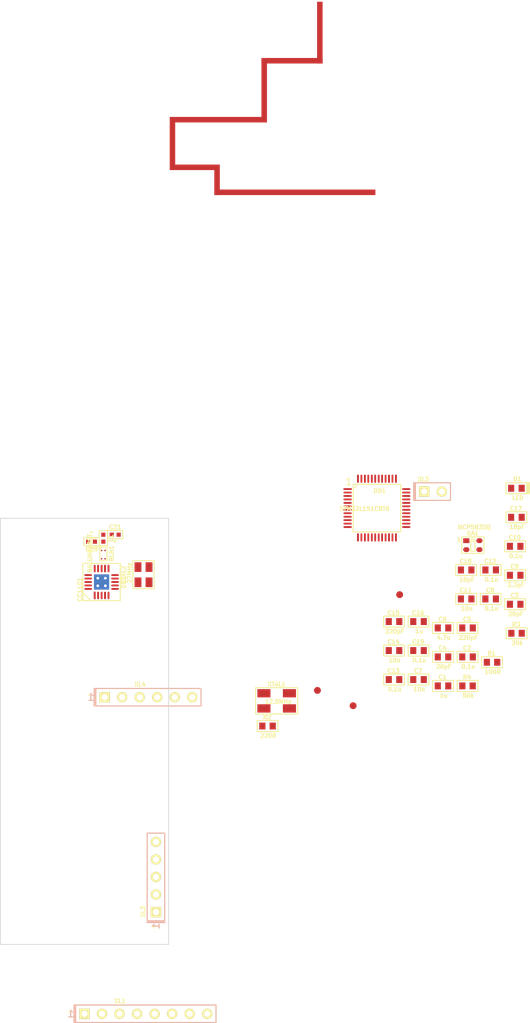
<source format=kicad_pcb>
(kicad_pcb (version 4) (host pcbnew 4.0.2-stable)

  (general
    (links 121)
    (no_connects 121)
    (area 127.457999 96.012799 151.942001 157.834801)
    (thickness 1.6)
    (drawings 5)
    (tracks 0)
    (zones 0)
    (modules 41)
    (nets 54)
  )

  (page A4)
  (layers
    (0 F.Cu signal)
    (31 B.Cu signal)
    (37 F.SilkS user)
    (38 B.Mask user)
    (39 F.Mask user)
    (44 Edge.Cuts user)
  )

  (setup
    (last_trace_width 0.25)
    (trace_clearance 0.2)
    (zone_clearance 0.508)
    (zone_45_only no)
    (trace_min 0.2)
    (segment_width 0.2)
    (edge_width 0.1)
    (via_size 0.6)
    (via_drill 0.4)
    (via_min_size 0.4)
    (via_min_drill 0.3)
    (uvia_size 0.3)
    (uvia_drill 0.1)
    (uvias_allowed no)
    (uvia_min_size 0.2)
    (uvia_min_drill 0.1)
    (pcb_text_width 0.3)
    (pcb_text_size 1.5 1.5)
    (mod_edge_width 0.15)
    (mod_text_size 1 1)
    (mod_text_width 0.15)
    (pad_size 1.5 1.5)
    (pad_drill 0.6)
    (pad_to_mask_clearance 0)
    (aux_axis_origin 0 0)
    (visible_elements FFFFFF7F)
    (pcbplotparams
      (layerselection 0x00030_80000001)
      (usegerberextensions false)
      (excludeedgelayer true)
      (linewidth 0.100000)
      (plotframeref false)
      (viasonmask false)
      (mode 1)
      (useauxorigin false)
      (hpglpennumber 1)
      (hpglpenspeed 20)
      (hpglpendiameter 15)
      (hpglpenoverlay 2)
      (psnegative false)
      (psa4output false)
      (plotreference true)
      (plotvalue true)
      (plotinvisibletext false)
      (padsonsilk false)
      (subtractmaskfromsilk false)
      (outputformat 1)
      (mirror false)
      (drillshape 1)
      (scaleselection 1)
      (outputdirectory ""))
  )

  (net 0 "")
  (net 1 /ANT2)
  (net 2 /RF2)
  (net 3 /RF1)
  (net 4 /ANT1)
  (net 5 GND)
  (net 6 +5V)
  (net 7 +3.3V)
  (net 8 "Net-(C3-Pad1)")
  (net 9 "Net-(C4-Pad1)")
  (net 10 "Net-(C17-Pad1)")
  (net 11 "Net-(C18-Pad1)")
  (net 12 "Net-(C19-Pad1)")
  (net 13 "Net-(D1-PadA)")
  (net 14 "Net-(DD1-Pad2)")
  (net 15 "Net-(DD1-Pad3)")
  (net 16 "Net-(DD1-Pad4)")
  (net 17 "Net-(DD1-Pad6)")
  (net 18 "Net-(DD1-Pad7)")
  (net 19 "Net-(DD1-Pad10)")
  (net 20 /CC_CS)
  (net 21 /CC_GDO2)
  (net 22 /CC_GDO0)
  (net 23 "Net-(DD1-Pad14)")
  (net 24 /CC_SCK)
  (net 25 /CC_MISO)
  (net 26 /CC_MOSI)
  (net 27 "Net-(DD1-Pad18)")
  (net 28 "Net-(DD1-Pad19)")
  (net 29 "Net-(DD1-Pad20)")
  (net 30 "Net-(DD1-Pad21)")
  (net 31 "Net-(DD1-Pad22)")
  (net 32 "Net-(DD1-Pad25)")
  (net 33 "Net-(DD1-Pad26)")
  (net 34 "Net-(DD1-Pad27)")
  (net 35 "Net-(DD1-Pad28)")
  (net 36 /UART_TX)
  (net 37 /UART_RX)
  (net 38 "Net-(DD1-Pad32)")
  (net 39 "Net-(DD1-Pad33)")
  (net 40 /SWDIO)
  (net 41 /SWCLK)
  (net 42 "Net-(DD1-Pad38)")
  (net 43 "Net-(DD1-Pad39)")
  (net 44 "Net-(DD1-Pad40)")
  (net 45 "Net-(DD1-Pad41)")
  (net 46 "Net-(DD1-Pad42)")
  (net 47 "Net-(DD1-Pad43)")
  (net 48 "Net-(DD1-Pad45)")
  (net 49 "Net-(DD1-Pad46)")
  (net 50 "Net-(DD2-Pad17)")
  (net 51 PwrMCU)
  (net 52 /Trigger)
  (net 53 "Net-(XL1-Pad8)")

  (net_class Default "This is the default net class."
    (clearance 0.2)
    (trace_width 0.25)
    (via_dia 0.6)
    (via_drill 0.4)
    (uvia_dia 0.3)
    (uvia_drill 0.1)
    (add_net +3.3V)
    (add_net +5V)
    (add_net /ANT1)
    (add_net /ANT2)
    (add_net /CC_CS)
    (add_net /CC_GDO0)
    (add_net /CC_GDO2)
    (add_net /CC_MISO)
    (add_net /CC_MOSI)
    (add_net /CC_SCK)
    (add_net /RF1)
    (add_net /RF2)
    (add_net /SWCLK)
    (add_net /SWDIO)
    (add_net /Trigger)
    (add_net /UART_RX)
    (add_net /UART_TX)
    (add_net GND)
    (add_net "Net-(C17-Pad1)")
    (add_net "Net-(C18-Pad1)")
    (add_net "Net-(C19-Pad1)")
    (add_net "Net-(C3-Pad1)")
    (add_net "Net-(C4-Pad1)")
    (add_net "Net-(D1-PadA)")
    (add_net "Net-(DD1-Pad10)")
    (add_net "Net-(DD1-Pad14)")
    (add_net "Net-(DD1-Pad18)")
    (add_net "Net-(DD1-Pad19)")
    (add_net "Net-(DD1-Pad2)")
    (add_net "Net-(DD1-Pad20)")
    (add_net "Net-(DD1-Pad21)")
    (add_net "Net-(DD1-Pad22)")
    (add_net "Net-(DD1-Pad25)")
    (add_net "Net-(DD1-Pad26)")
    (add_net "Net-(DD1-Pad27)")
    (add_net "Net-(DD1-Pad28)")
    (add_net "Net-(DD1-Pad3)")
    (add_net "Net-(DD1-Pad32)")
    (add_net "Net-(DD1-Pad33)")
    (add_net "Net-(DD1-Pad38)")
    (add_net "Net-(DD1-Pad39)")
    (add_net "Net-(DD1-Pad4)")
    (add_net "Net-(DD1-Pad40)")
    (add_net "Net-(DD1-Pad41)")
    (add_net "Net-(DD1-Pad42)")
    (add_net "Net-(DD1-Pad43)")
    (add_net "Net-(DD1-Pad45)")
    (add_net "Net-(DD1-Pad46)")
    (add_net "Net-(DD1-Pad6)")
    (add_net "Net-(DD1-Pad7)")
    (add_net "Net-(DD2-Pad17)")
    (add_net "Net-(XL1-Pad8)")
    (add_net PwrMCU)
  )

  (module Radio:ANT_868_MEANDER_4HOR_35mm (layer F.Cu) (tedit 56A52DA9) (tstamp 5714DF79)
    (at 166.395 21.216)
    (path /569A2ECB)
    (fp_text reference ANT1 (at 0 6.8) (layer F.SilkS) hide
      (effects (font (size 1 1) (thickness 0.15)))
    )
    (fp_text value ANT_PCB_MONO (at 0.2 3.6) (layer F.Fab) hide
      (effects (font (size 1 1) (thickness 0.15)))
    )
    (fp_line (start -17.5 0) (end 17.5 0) (layer F.Fab) (width 0.15))
    (fp_line (start -17.5 0) (end -17.5 29) (layer F.Fab) (width 0.15))
    (fp_line (start -17.5 29) (end 17.5 29) (layer F.Fab) (width 0.15))
    (fp_line (start 17.5 29) (end 17.5 0) (layer F.Fab) (width 0.15))
    (pad 1 smd rect (at 7.4 4.475) (size 0.8 8.95) (layers F.Cu)
      (net 1 /ANT2))
    (pad 1 smd rect (at 3.37 8.55) (size 8.86 0.8) (layers F.Cu)
      (net 1 /ANT2))
    (pad 1 smd rect (at -0.66 12.82) (size 0.8 9.34) (layers F.Cu)
      (net 1 /ANT2))
    (pad 1 smd rect (at -7.305 17.09) (size 12.49 0.8) (layers F.Cu)
      (net 1 /ANT2))
    (pad 1 smd rect (at -13.95 20.54) (size 0.8 7.7) (layers F.Cu)
      (net 1 /ANT2))
    (pad 1 smd rect (at -10.72 23.99) (size 5.66 0.8) (layers F.Cu)
      (net 1 /ANT2))
    (pad 1 smd rect (at -7.49 25.8) (size 0.8 4.42) (layers F.Cu)
      (net 1 /ANT2))
    (pad 1 smd rect (at 3.78 27.61) (size 23.34 0.8) (layers F.Cu)
      (net 1 /ANT2))
  )

  (module Radio:BALUN868_ST (layer F.Cu) (tedit 56F7F3ED) (tstamp 5714DF87)
    (at 142.4305 101.9175 90)
    (path /56F89154)
    (fp_text reference BLN1 (at 0.77 1.19 90) (layer F.SilkS)
      (effects (font (size 0.6 0.6) (thickness 0.15)))
    )
    (fp_text value BALUN868ST (at 0.79 -1.94 90) (layer F.SilkS)
      (effects (font (size 0.6 0.6) (thickness 0.15)))
    )
    (fp_line (start 1.38 -0.52) (end 1.73 -0.17) (layer F.SilkS) (width 0.15))
    (fp_text user 1 (at 1.54 -1.07 90) (layer F.SilkS)
      (effects (font (size 0.6 0.6) (thickness 0.15)))
    )
    (fp_line (start 1.73 -0.52) (end 1.73 0.52) (layer F.SilkS) (width 0.15))
    (fp_line (start -0.27 0.52) (end 1.73 0.52) (layer F.SilkS) (width 0.15))
    (fp_line (start -0.27 -0.52) (end -0.27 0.52) (layer F.SilkS) (width 0.15))
    (fp_line (start -0.27 -0.52) (end 1.73 -0.52) (layer F.SilkS) (width 0.15))
    (pad A2 smd circle (at 0 -0.25 90) (size 0.22 0.22) (layers F.Cu F.Mask)
      (net 2 /RF2) (solder_mask_margin 0.05))
    (pad B2 smd circle (at 0 0.25 90) (size 0.22 0.22) (layers F.Cu F.Mask)
      (net 3 /RF1) (solder_mask_margin 0.05))
    (pad A1 smd circle (at 1.2 -0.25 90) (size 0.22 0.22) (layers F.Cu F.Mask)
      (net 4 /ANT1) (solder_mask_margin 0.05))
    (pad B1 smd circle (at 1.2 0.25 90) (size 0.22 0.22) (layers F.Cu F.Mask)
      (net 5 GND) (solder_mask_margin 0.05))
  )

  (module Capacitors:CAP_0603 (layer F.Cu) (tedit 551AC0D3) (tstamp 5714DF92)
    (at 191.642601 120.3373)
    (path /570ECAAB)
    (attr smd)
    (fp_text reference C1 (at -0.0635 -1.27) (layer F.SilkS)
      (effects (font (size 0.6 0.6) (thickness 0.15)))
    )
    (fp_text value 1u (at 0.09906 1.39954) (layer F.SilkS)
      (effects (font (size 0.6 0.6) (thickness 0.15)))
    )
    (fp_line (start -1.5 0) (end -1.5 -0.8) (layer F.SilkS) (width 0.15))
    (fp_line (start -1.5 -0.8) (end 1.5 -0.8) (layer F.SilkS) (width 0.15))
    (fp_line (start 1.5 -0.8) (end 1.5 0.8) (layer F.SilkS) (width 0.15))
    (fp_line (start 1.5 0.8) (end -1.5 0.8) (layer F.SilkS) (width 0.15))
    (fp_line (start -1.5 0.8) (end -1.5 0) (layer F.SilkS) (width 0.15))
    (pad 1 smd rect (at -0.762 0) (size 0.889 1.016) (layers F.Cu F.Mask)
      (net 6 +5V))
    (pad 2 smd rect (at 0.762 0) (size 0.889 1.016) (layers F.Cu F.Mask)
      (net 5 GND))
    (model 3d\c_0603.wrl
      (at (xyz 0 0 0))
      (scale (xyz 1 1 1))
      (rotate (xyz 0 0 0))
    )
  )

  (module Capacitors:CAP_0603 (layer F.Cu) (tedit 551AC0D3) (tstamp 5714DF9D)
    (at 195.192601 116.1373)
    (path /570EC614)
    (attr smd)
    (fp_text reference C2 (at -0.0635 -1.27) (layer F.SilkS)
      (effects (font (size 0.6 0.6) (thickness 0.15)))
    )
    (fp_text value 0.1u (at 0.09906 1.39954) (layer F.SilkS)
      (effects (font (size 0.6 0.6) (thickness 0.15)))
    )
    (fp_line (start -1.5 0) (end -1.5 -0.8) (layer F.SilkS) (width 0.15))
    (fp_line (start -1.5 -0.8) (end 1.5 -0.8) (layer F.SilkS) (width 0.15))
    (fp_line (start 1.5 -0.8) (end 1.5 0.8) (layer F.SilkS) (width 0.15))
    (fp_line (start 1.5 0.8) (end -1.5 0.8) (layer F.SilkS) (width 0.15))
    (fp_line (start -1.5 0.8) (end -1.5 0) (layer F.SilkS) (width 0.15))
    (pad 1 smd rect (at -0.762 0) (size 0.889 1.016) (layers F.Cu F.Mask)
      (net 7 +3.3V))
    (pad 2 smd rect (at 0.762 0) (size 0.889 1.016) (layers F.Cu F.Mask)
      (net 5 GND))
    (model 3d\c_0603.wrl
      (at (xyz 0 0 0))
      (scale (xyz 1 1 1))
      (rotate (xyz 0 0 0))
    )
  )

  (module Capacitors:CAP_0603 (layer F.Cu) (tedit 551AC0D3) (tstamp 5714DFA8)
    (at 202.092601 108.5073)
    (path /56FADB57)
    (attr smd)
    (fp_text reference C3 (at -0.0635 -1.27) (layer F.SilkS)
      (effects (font (size 0.6 0.6) (thickness 0.15)))
    )
    (fp_text value 20pF (at 0.09906 1.39954) (layer F.SilkS)
      (effects (font (size 0.6 0.6) (thickness 0.15)))
    )
    (fp_line (start -1.5 0) (end -1.5 -0.8) (layer F.SilkS) (width 0.15))
    (fp_line (start -1.5 -0.8) (end 1.5 -0.8) (layer F.SilkS) (width 0.15))
    (fp_line (start 1.5 -0.8) (end 1.5 0.8) (layer F.SilkS) (width 0.15))
    (fp_line (start 1.5 0.8) (end -1.5 0.8) (layer F.SilkS) (width 0.15))
    (fp_line (start -1.5 0.8) (end -1.5 0) (layer F.SilkS) (width 0.15))
    (pad 1 smd rect (at -0.762 0) (size 0.889 1.016) (layers F.Cu F.Mask)
      (net 8 "Net-(C3-Pad1)"))
    (pad 2 smd rect (at 0.762 0) (size 0.889 1.016) (layers F.Cu F.Mask)
      (net 5 GND))
    (model 3d\c_0603.wrl
      (at (xyz 0 0 0))
      (scale (xyz 1 1 1))
      (rotate (xyz 0 0 0))
    )
  )

  (module Capacitors:CAP_0603 (layer F.Cu) (tedit 551AC0D3) (tstamp 5714DFB3)
    (at 191.642601 116.1373)
    (path /56FADB44)
    (attr smd)
    (fp_text reference C4 (at -0.0635 -1.27) (layer F.SilkS)
      (effects (font (size 0.6 0.6) (thickness 0.15)))
    )
    (fp_text value 20pF (at 0.09906 1.39954) (layer F.SilkS)
      (effects (font (size 0.6 0.6) (thickness 0.15)))
    )
    (fp_line (start -1.5 0) (end -1.5 -0.8) (layer F.SilkS) (width 0.15))
    (fp_line (start -1.5 -0.8) (end 1.5 -0.8) (layer F.SilkS) (width 0.15))
    (fp_line (start 1.5 -0.8) (end 1.5 0.8) (layer F.SilkS) (width 0.15))
    (fp_line (start 1.5 0.8) (end -1.5 0.8) (layer F.SilkS) (width 0.15))
    (fp_line (start -1.5 0.8) (end -1.5 0) (layer F.SilkS) (width 0.15))
    (pad 1 smd rect (at -0.762 0) (size 0.889 1.016) (layers F.Cu F.Mask)
      (net 9 "Net-(C4-Pad1)"))
    (pad 2 smd rect (at 0.762 0) (size 0.889 1.016) (layers F.Cu F.Mask)
      (net 5 GND))
    (model 3d\c_0603.wrl
      (at (xyz 0 0 0))
      (scale (xyz 1 1 1))
      (rotate (xyz 0 0 0))
    )
  )

  (module Capacitors:CAP_0603 (layer F.Cu) (tedit 551AC0D3) (tstamp 5714DFBE)
    (at 195.192601 111.9373)
    (path /5519A93B)
    (attr smd)
    (fp_text reference C5 (at -0.0635 -1.27) (layer F.SilkS)
      (effects (font (size 0.6 0.6) (thickness 0.15)))
    )
    (fp_text value 220pF (at 0.09906 1.39954) (layer F.SilkS)
      (effects (font (size 0.6 0.6) (thickness 0.15)))
    )
    (fp_line (start -1.5 0) (end -1.5 -0.8) (layer F.SilkS) (width 0.15))
    (fp_line (start -1.5 -0.8) (end 1.5 -0.8) (layer F.SilkS) (width 0.15))
    (fp_line (start 1.5 -0.8) (end 1.5 0.8) (layer F.SilkS) (width 0.15))
    (fp_line (start 1.5 0.8) (end -1.5 0.8) (layer F.SilkS) (width 0.15))
    (fp_line (start -1.5 0.8) (end -1.5 0) (layer F.SilkS) (width 0.15))
    (pad 1 smd rect (at -0.762 0) (size 0.889 1.016) (layers F.Cu F.Mask)
      (net 7 +3.3V))
    (pad 2 smd rect (at 0.762 0) (size 0.889 1.016) (layers F.Cu F.Mask)
      (net 5 GND))
    (model 3d\c_0603.wrl
      (at (xyz 0 0 0))
      (scale (xyz 1 1 1))
      (rotate (xyz 0 0 0))
    )
  )

  (module Capacitors:CAP_0603 (layer F.Cu) (tedit 551AC0D3) (tstamp 5714DFC9)
    (at 191.642601 111.9373)
    (path /55180EDD)
    (attr smd)
    (fp_text reference C6 (at -0.0635 -1.27) (layer F.SilkS)
      (effects (font (size 0.6 0.6) (thickness 0.15)))
    )
    (fp_text value 4.7u (at 0.09906 1.39954) (layer F.SilkS)
      (effects (font (size 0.6 0.6) (thickness 0.15)))
    )
    (fp_line (start -1.5 0) (end -1.5 -0.8) (layer F.SilkS) (width 0.15))
    (fp_line (start -1.5 -0.8) (end 1.5 -0.8) (layer F.SilkS) (width 0.15))
    (fp_line (start 1.5 -0.8) (end 1.5 0.8) (layer F.SilkS) (width 0.15))
    (fp_line (start 1.5 0.8) (end -1.5 0.8) (layer F.SilkS) (width 0.15))
    (fp_line (start -1.5 0.8) (end -1.5 0) (layer F.SilkS) (width 0.15))
    (pad 1 smd rect (at -0.762 0) (size 0.889 1.016) (layers F.Cu F.Mask)
      (net 7 +3.3V))
    (pad 2 smd rect (at 0.762 0) (size 0.889 1.016) (layers F.Cu F.Mask)
      (net 5 GND))
    (model 3d\c_0603.wrl
      (at (xyz 0 0 0))
      (scale (xyz 1 1 1))
      (rotate (xyz 0 0 0))
    )
  )

  (module Capacitors:CAP_0603 (layer F.Cu) (tedit 551AC0D3) (tstamp 5714DFD4)
    (at 188.092601 119.4173)
    (path /5519A928)
    (attr smd)
    (fp_text reference C7 (at -0.0635 -1.27) (layer F.SilkS)
      (effects (font (size 0.6 0.6) (thickness 0.15)))
    )
    (fp_text value 10n (at 0.09906 1.39954) (layer F.SilkS)
      (effects (font (size 0.6 0.6) (thickness 0.15)))
    )
    (fp_line (start -1.5 0) (end -1.5 -0.8) (layer F.SilkS) (width 0.15))
    (fp_line (start -1.5 -0.8) (end 1.5 -0.8) (layer F.SilkS) (width 0.15))
    (fp_line (start 1.5 -0.8) (end 1.5 0.8) (layer F.SilkS) (width 0.15))
    (fp_line (start 1.5 0.8) (end -1.5 0.8) (layer F.SilkS) (width 0.15))
    (fp_line (start -1.5 0.8) (end -1.5 0) (layer F.SilkS) (width 0.15))
    (pad 1 smd rect (at -0.762 0) (size 0.889 1.016) (layers F.Cu F.Mask)
      (net 7 +3.3V))
    (pad 2 smd rect (at 0.762 0) (size 0.889 1.016) (layers F.Cu F.Mask)
      (net 5 GND))
    (model 3d\c_0603.wrl
      (at (xyz 0 0 0))
      (scale (xyz 1 1 1))
      (rotate (xyz 0 0 0))
    )
  )

  (module Capacitors:CAP_0603 (layer F.Cu) (tedit 551AC0D3) (tstamp 5714DFDF)
    (at 198.542601 107.7373)
    (path /55180EBB)
    (attr smd)
    (fp_text reference C8 (at -0.0635 -1.27) (layer F.SilkS)
      (effects (font (size 0.6 0.6) (thickness 0.15)))
    )
    (fp_text value 0.1u (at 0.09906 1.39954) (layer F.SilkS)
      (effects (font (size 0.6 0.6) (thickness 0.15)))
    )
    (fp_line (start -1.5 0) (end -1.5 -0.8) (layer F.SilkS) (width 0.15))
    (fp_line (start -1.5 -0.8) (end 1.5 -0.8) (layer F.SilkS) (width 0.15))
    (fp_line (start 1.5 -0.8) (end 1.5 0.8) (layer F.SilkS) (width 0.15))
    (fp_line (start 1.5 0.8) (end -1.5 0.8) (layer F.SilkS) (width 0.15))
    (fp_line (start -1.5 0.8) (end -1.5 0) (layer F.SilkS) (width 0.15))
    (pad 1 smd rect (at -0.762 0) (size 0.889 1.016) (layers F.Cu F.Mask)
      (net 7 +3.3V))
    (pad 2 smd rect (at 0.762 0) (size 0.889 1.016) (layers F.Cu F.Mask)
      (net 5 GND))
    (model 3d\c_0603.wrl
      (at (xyz 0 0 0))
      (scale (xyz 1 1 1))
      (rotate (xyz 0 0 0))
    )
  )

  (module Capacitors:CAP_0603 (layer F.Cu) (tedit 551AC0D3) (tstamp 5714DFEA)
    (at 202.092601 104.3073)
    (path /5519A921)
    (attr smd)
    (fp_text reference C9 (at -0.0635 -1.27) (layer F.SilkS)
      (effects (font (size 0.6 0.6) (thickness 0.15)))
    )
    (fp_text value 3.3pF (at 0.09906 1.39954) (layer F.SilkS)
      (effects (font (size 0.6 0.6) (thickness 0.15)))
    )
    (fp_line (start -1.5 0) (end -1.5 -0.8) (layer F.SilkS) (width 0.15))
    (fp_line (start -1.5 -0.8) (end 1.5 -0.8) (layer F.SilkS) (width 0.15))
    (fp_line (start 1.5 -0.8) (end 1.5 0.8) (layer F.SilkS) (width 0.15))
    (fp_line (start 1.5 0.8) (end -1.5 0.8) (layer F.SilkS) (width 0.15))
    (fp_line (start -1.5 0.8) (end -1.5 0) (layer F.SilkS) (width 0.15))
    (pad 1 smd rect (at -0.762 0) (size 0.889 1.016) (layers F.Cu F.Mask)
      (net 7 +3.3V))
    (pad 2 smd rect (at 0.762 0) (size 0.889 1.016) (layers F.Cu F.Mask)
      (net 5 GND))
    (model 3d\c_0603.wrl
      (at (xyz 0 0 0))
      (scale (xyz 1 1 1))
      (rotate (xyz 0 0 0))
    )
  )

  (module Capacitors:CAP_0603 (layer F.Cu) (tedit 551AC0D3) (tstamp 5714DFF5)
    (at 202.092601 100.1073)
    (path /55180EEA)
    (attr smd)
    (fp_text reference C10 (at -0.0635 -1.27) (layer F.SilkS)
      (effects (font (size 0.6 0.6) (thickness 0.15)))
    )
    (fp_text value 0.1u (at 0.09906 1.39954) (layer F.SilkS)
      (effects (font (size 0.6 0.6) (thickness 0.15)))
    )
    (fp_line (start -1.5 0) (end -1.5 -0.8) (layer F.SilkS) (width 0.15))
    (fp_line (start -1.5 -0.8) (end 1.5 -0.8) (layer F.SilkS) (width 0.15))
    (fp_line (start 1.5 -0.8) (end 1.5 0.8) (layer F.SilkS) (width 0.15))
    (fp_line (start 1.5 0.8) (end -1.5 0.8) (layer F.SilkS) (width 0.15))
    (fp_line (start -1.5 0.8) (end -1.5 0) (layer F.SilkS) (width 0.15))
    (pad 1 smd rect (at -0.762 0) (size 0.889 1.016) (layers F.Cu F.Mask)
      (net 7 +3.3V))
    (pad 2 smd rect (at 0.762 0) (size 0.889 1.016) (layers F.Cu F.Mask)
      (net 5 GND))
    (model 3d\c_0603.wrl
      (at (xyz 0 0 0))
      (scale (xyz 1 1 1))
      (rotate (xyz 0 0 0))
    )
  )

  (module Capacitors:CAP_0603 (layer F.Cu) (tedit 551AC0D3) (tstamp 5714E000)
    (at 194.992601 107.7373)
    (path /5519A907)
    (attr smd)
    (fp_text reference C11 (at -0.0635 -1.27) (layer F.SilkS)
      (effects (font (size 0.6 0.6) (thickness 0.15)))
    )
    (fp_text value 10n (at 0.09906 1.39954) (layer F.SilkS)
      (effects (font (size 0.6 0.6) (thickness 0.15)))
    )
    (fp_line (start -1.5 0) (end -1.5 -0.8) (layer F.SilkS) (width 0.15))
    (fp_line (start -1.5 -0.8) (end 1.5 -0.8) (layer F.SilkS) (width 0.15))
    (fp_line (start 1.5 -0.8) (end 1.5 0.8) (layer F.SilkS) (width 0.15))
    (fp_line (start 1.5 0.8) (end -1.5 0.8) (layer F.SilkS) (width 0.15))
    (fp_line (start -1.5 0.8) (end -1.5 0) (layer F.SilkS) (width 0.15))
    (pad 1 smd rect (at -0.762 0) (size 0.889 1.016) (layers F.Cu F.Mask)
      (net 7 +3.3V))
    (pad 2 smd rect (at 0.762 0) (size 0.889 1.016) (layers F.Cu F.Mask)
      (net 5 GND))
    (model 3d\c_0603.wrl
      (at (xyz 0 0 0))
      (scale (xyz 1 1 1))
      (rotate (xyz 0 0 0))
    )
  )

  (module Capacitors:CAP_0603 (layer F.Cu) (tedit 551AC0D3) (tstamp 5714E00B)
    (at 198.542601 103.5373)
    (path /55180EC2)
    (attr smd)
    (fp_text reference C12 (at -0.0635 -1.27) (layer F.SilkS)
      (effects (font (size 0.6 0.6) (thickness 0.15)))
    )
    (fp_text value 0.1u (at 0.09906 1.39954) (layer F.SilkS)
      (effects (font (size 0.6 0.6) (thickness 0.15)))
    )
    (fp_line (start -1.5 0) (end -1.5 -0.8) (layer F.SilkS) (width 0.15))
    (fp_line (start -1.5 -0.8) (end 1.5 -0.8) (layer F.SilkS) (width 0.15))
    (fp_line (start 1.5 -0.8) (end 1.5 0.8) (layer F.SilkS) (width 0.15))
    (fp_line (start 1.5 0.8) (end -1.5 0.8) (layer F.SilkS) (width 0.15))
    (fp_line (start -1.5 0.8) (end -1.5 0) (layer F.SilkS) (width 0.15))
    (pad 1 smd rect (at -0.762 0) (size 0.889 1.016) (layers F.Cu F.Mask)
      (net 7 +3.3V))
    (pad 2 smd rect (at 0.762 0) (size 0.889 1.016) (layers F.Cu F.Mask)
      (net 5 GND))
    (model 3d\c_0603.wrl
      (at (xyz 0 0 0))
      (scale (xyz 1 1 1))
      (rotate (xyz 0 0 0))
    )
  )

  (module Capacitors:CAP_0603 (layer F.Cu) (tedit 551AC0D3) (tstamp 5714E016)
    (at 184.542601 119.4173)
    (path /5519A90E)
    (attr smd)
    (fp_text reference C13 (at -0.0635 -1.27) (layer F.SilkS)
      (effects (font (size 0.6 0.6) (thickness 0.15)))
    )
    (fp_text value 0.1u (at 0.09906 1.39954) (layer F.SilkS)
      (effects (font (size 0.6 0.6) (thickness 0.15)))
    )
    (fp_line (start -1.5 0) (end -1.5 -0.8) (layer F.SilkS) (width 0.15))
    (fp_line (start -1.5 -0.8) (end 1.5 -0.8) (layer F.SilkS) (width 0.15))
    (fp_line (start 1.5 -0.8) (end 1.5 0.8) (layer F.SilkS) (width 0.15))
    (fp_line (start 1.5 0.8) (end -1.5 0.8) (layer F.SilkS) (width 0.15))
    (fp_line (start -1.5 0.8) (end -1.5 0) (layer F.SilkS) (width 0.15))
    (pad 1 smd rect (at -0.762 0) (size 0.889 1.016) (layers F.Cu F.Mask)
      (net 7 +3.3V))
    (pad 2 smd rect (at 0.762 0) (size 0.889 1.016) (layers F.Cu F.Mask)
      (net 5 GND))
    (model 3d\c_0603.wrl
      (at (xyz 0 0 0))
      (scale (xyz 1 1 1))
      (rotate (xyz 0 0 0))
    )
  )

  (module Capacitors:CAP_0603 (layer F.Cu) (tedit 551AC0D3) (tstamp 5714E021)
    (at 184.542601 115.2173)
    (path /55180ED0)
    (attr smd)
    (fp_text reference C14 (at -0.0635 -1.27) (layer F.SilkS)
      (effects (font (size 0.6 0.6) (thickness 0.15)))
    )
    (fp_text value 10n (at 0.09906 1.39954) (layer F.SilkS)
      (effects (font (size 0.6 0.6) (thickness 0.15)))
    )
    (fp_line (start -1.5 0) (end -1.5 -0.8) (layer F.SilkS) (width 0.15))
    (fp_line (start -1.5 -0.8) (end 1.5 -0.8) (layer F.SilkS) (width 0.15))
    (fp_line (start 1.5 -0.8) (end 1.5 0.8) (layer F.SilkS) (width 0.15))
    (fp_line (start 1.5 0.8) (end -1.5 0.8) (layer F.SilkS) (width 0.15))
    (fp_line (start -1.5 0.8) (end -1.5 0) (layer F.SilkS) (width 0.15))
    (pad 1 smd rect (at -0.762 0) (size 0.889 1.016) (layers F.Cu F.Mask)
      (net 7 +3.3V))
    (pad 2 smd rect (at 0.762 0) (size 0.889 1.016) (layers F.Cu F.Mask)
      (net 5 GND))
    (model 3d\c_0603.wrl
      (at (xyz 0 0 0))
      (scale (xyz 1 1 1))
      (rotate (xyz 0 0 0))
    )
  )

  (module Capacitors:CAP_0603 (layer F.Cu) (tedit 551AC0D3) (tstamp 5714E02C)
    (at 184.542601 111.0173)
    (path /5519A8FA)
    (attr smd)
    (fp_text reference C15 (at -0.0635 -1.27) (layer F.SilkS)
      (effects (font (size 0.6 0.6) (thickness 0.15)))
    )
    (fp_text value 220pF (at 0.09906 1.39954) (layer F.SilkS)
      (effects (font (size 0.6 0.6) (thickness 0.15)))
    )
    (fp_line (start -1.5 0) (end -1.5 -0.8) (layer F.SilkS) (width 0.15))
    (fp_line (start -1.5 -0.8) (end 1.5 -0.8) (layer F.SilkS) (width 0.15))
    (fp_line (start 1.5 -0.8) (end 1.5 0.8) (layer F.SilkS) (width 0.15))
    (fp_line (start 1.5 0.8) (end -1.5 0.8) (layer F.SilkS) (width 0.15))
    (fp_line (start -1.5 0.8) (end -1.5 0) (layer F.SilkS) (width 0.15))
    (pad 1 smd rect (at -0.762 0) (size 0.889 1.016) (layers F.Cu F.Mask)
      (net 7 +3.3V))
    (pad 2 smd rect (at 0.762 0) (size 0.889 1.016) (layers F.Cu F.Mask)
      (net 5 GND))
    (model 3d\c_0603.wrl
      (at (xyz 0 0 0))
      (scale (xyz 1 1 1))
      (rotate (xyz 0 0 0))
    )
  )

  (module Capacitors:CAP_0603 (layer F.Cu) (tedit 551AC0D3) (tstamp 5714E037)
    (at 188.092601 111.0173)
    (path /55180EC9)
    (attr smd)
    (fp_text reference C16 (at -0.0635 -1.27) (layer F.SilkS)
      (effects (font (size 0.6 0.6) (thickness 0.15)))
    )
    (fp_text value 1u (at 0.09906 1.39954) (layer F.SilkS)
      (effects (font (size 0.6 0.6) (thickness 0.15)))
    )
    (fp_line (start -1.5 0) (end -1.5 -0.8) (layer F.SilkS) (width 0.15))
    (fp_line (start -1.5 -0.8) (end 1.5 -0.8) (layer F.SilkS) (width 0.15))
    (fp_line (start 1.5 -0.8) (end 1.5 0.8) (layer F.SilkS) (width 0.15))
    (fp_line (start 1.5 0.8) (end -1.5 0.8) (layer F.SilkS) (width 0.15))
    (fp_line (start -1.5 0.8) (end -1.5 0) (layer F.SilkS) (width 0.15))
    (pad 1 smd rect (at -0.762 0) (size 0.889 1.016) (layers F.Cu F.Mask)
      (net 7 +3.3V))
    (pad 2 smd rect (at 0.762 0) (size 0.889 1.016) (layers F.Cu F.Mask)
      (net 5 GND))
    (model 3d\c_0603.wrl
      (at (xyz 0 0 0))
      (scale (xyz 1 1 1))
      (rotate (xyz 0 0 0))
    )
  )

  (module Capacitors:CAP_0603 (layer F.Cu) (tedit 551AC0D3) (tstamp 5714E042)
    (at 202.272601 95.9073)
    (path /5519A8B4)
    (attr smd)
    (fp_text reference C17 (at -0.0635 -1.27) (layer F.SilkS)
      (effects (font (size 0.6 0.6) (thickness 0.15)))
    )
    (fp_text value 18pF (at 0.09906 1.39954) (layer F.SilkS)
      (effects (font (size 0.6 0.6) (thickness 0.15)))
    )
    (fp_line (start -1.5 0) (end -1.5 -0.8) (layer F.SilkS) (width 0.15))
    (fp_line (start -1.5 -0.8) (end 1.5 -0.8) (layer F.SilkS) (width 0.15))
    (fp_line (start 1.5 -0.8) (end 1.5 0.8) (layer F.SilkS) (width 0.15))
    (fp_line (start 1.5 0.8) (end -1.5 0.8) (layer F.SilkS) (width 0.15))
    (fp_line (start -1.5 0.8) (end -1.5 0) (layer F.SilkS) (width 0.15))
    (pad 1 smd rect (at -0.762 0) (size 0.889 1.016) (layers F.Cu F.Mask)
      (net 10 "Net-(C17-Pad1)"))
    (pad 2 smd rect (at 0.762 0) (size 0.889 1.016) (layers F.Cu F.Mask)
      (net 5 GND))
    (model 3d\c_0603.wrl
      (at (xyz 0 0 0))
      (scale (xyz 1 1 1))
      (rotate (xyz 0 0 0))
    )
  )

  (module Capacitors:CAP_0603 (layer F.Cu) (tedit 551AC0D3) (tstamp 5714E04D)
    (at 194.992601 103.5373)
    (path /5519A8A1)
    (attr smd)
    (fp_text reference C18 (at -0.0635 -1.27) (layer F.SilkS)
      (effects (font (size 0.6 0.6) (thickness 0.15)))
    )
    (fp_text value 18pF (at 0.09906 1.39954) (layer F.SilkS)
      (effects (font (size 0.6 0.6) (thickness 0.15)))
    )
    (fp_line (start -1.5 0) (end -1.5 -0.8) (layer F.SilkS) (width 0.15))
    (fp_line (start -1.5 -0.8) (end 1.5 -0.8) (layer F.SilkS) (width 0.15))
    (fp_line (start 1.5 -0.8) (end 1.5 0.8) (layer F.SilkS) (width 0.15))
    (fp_line (start 1.5 0.8) (end -1.5 0.8) (layer F.SilkS) (width 0.15))
    (fp_line (start -1.5 0.8) (end -1.5 0) (layer F.SilkS) (width 0.15))
    (pad 1 smd rect (at -0.762 0) (size 0.889 1.016) (layers F.Cu F.Mask)
      (net 11 "Net-(C18-Pad1)"))
    (pad 2 smd rect (at 0.762 0) (size 0.889 1.016) (layers F.Cu F.Mask)
      (net 5 GND))
    (model 3d\c_0603.wrl
      (at (xyz 0 0 0))
      (scale (xyz 1 1 1))
      (rotate (xyz 0 0 0))
    )
  )

  (module Capacitors:CAP_0603 (layer F.Cu) (tedit 551AC0D3) (tstamp 5714E058)
    (at 188.092601 115.2173)
    (path /5519A968)
    (attr smd)
    (fp_text reference C19 (at -0.0635 -1.27) (layer F.SilkS)
      (effects (font (size 0.6 0.6) (thickness 0.15)))
    )
    (fp_text value 0.1u (at 0.09906 1.39954) (layer F.SilkS)
      (effects (font (size 0.6 0.6) (thickness 0.15)))
    )
    (fp_line (start -1.5 0) (end -1.5 -0.8) (layer F.SilkS) (width 0.15))
    (fp_line (start -1.5 -0.8) (end 1.5 -0.8) (layer F.SilkS) (width 0.15))
    (fp_line (start 1.5 -0.8) (end 1.5 0.8) (layer F.SilkS) (width 0.15))
    (fp_line (start 1.5 0.8) (end -1.5 0.8) (layer F.SilkS) (width 0.15))
    (fp_line (start -1.5 0.8) (end -1.5 0) (layer F.SilkS) (width 0.15))
    (pad 1 smd rect (at -0.762 0) (size 0.889 1.016) (layers F.Cu F.Mask)
      (net 12 "Net-(C19-Pad1)"))
    (pad 2 smd rect (at 0.762 0) (size 0.889 1.016) (layers F.Cu F.Mask)
      (net 5 GND))
    (model 3d\c_0603.wrl
      (at (xyz 0 0 0))
      (scale (xyz 1 1 1))
      (rotate (xyz 0 0 0))
    )
  )

  (module Capacitors:CAP_0402 (layer F.Cu) (tedit 551C278F) (tstamp 5714E063)
    (at 140.724 99.441 180)
    (path /5519A976)
    (attr smd)
    (fp_text reference C20 (at 0 -1.1 180) (layer F.SilkS)
      (effects (font (size 0.6 0.6) (thickness 0.15)))
    )
    (fp_text value * (at 0 1.15 180) (layer F.SilkS)
      (effects (font (size 0.6 0.6) (thickness 0.15)))
    )
    (fp_line (start 0 -0.6) (end 1.1 -0.6) (layer F.SilkS) (width 0.15))
    (fp_line (start 1.1 -0.6) (end 1.1 0.6) (layer F.SilkS) (width 0.15))
    (fp_line (start 1.1 0.6) (end -1.1 0.6) (layer F.SilkS) (width 0.15))
    (fp_line (start -1.1 0.6) (end -1.1 -0.6) (layer F.SilkS) (width 0.15))
    (fp_line (start -1.1 -0.6) (end 0 -0.6) (layer F.SilkS) (width 0.15))
    (pad 1 smd rect (at -0.5 0 180) (size 0.6 0.6) (layers F.Cu F.Mask)
      (net 4 /ANT1))
    (pad 2 smd rect (at 0.5 0 180) (size 0.6 0.6) (layers F.Cu F.Mask)
      (net 5 GND))
    (model 3d\c_0402.wrl
      (at (xyz 0 0 0))
      (scale (xyz 1 1 1))
      (rotate (xyz 0 0 0))
    )
  )

  (module Capacitors:CAP_0402 (layer F.Cu) (tedit 551C278F) (tstamp 5714E06E)
    (at 144.145 98.425)
    (path /552947E8)
    (attr smd)
    (fp_text reference C21 (at 0 -1.1) (layer F.SilkS)
      (effects (font (size 0.6 0.6) (thickness 0.15)))
    )
    (fp_text value * (at 0 1.15) (layer F.SilkS)
      (effects (font (size 0.6 0.6) (thickness 0.15)))
    )
    (fp_line (start 0 -0.6) (end 1.1 -0.6) (layer F.SilkS) (width 0.15))
    (fp_line (start 1.1 -0.6) (end 1.1 0.6) (layer F.SilkS) (width 0.15))
    (fp_line (start 1.1 0.6) (end -1.1 0.6) (layer F.SilkS) (width 0.15))
    (fp_line (start -1.1 0.6) (end -1.1 -0.6) (layer F.SilkS) (width 0.15))
    (fp_line (start -1.1 -0.6) (end 0 -0.6) (layer F.SilkS) (width 0.15))
    (pad 1 smd rect (at -0.5 0) (size 0.6 0.6) (layers F.Cu F.Mask)
      (net 1 /ANT2))
    (pad 2 smd rect (at 0.5 0) (size 0.6 0.6) (layers F.Cu F.Mask)
      (net 5 GND))
    (model 3d\c_0402.wrl
      (at (xyz 0 0 0))
      (scale (xyz 1 1 1))
      (rotate (xyz 0 0 0))
    )
  )

  (module LEDs:LED_0603 (layer F.Cu) (tedit 551AD5AC) (tstamp 5714E082)
    (at 202.272601 91.7008)
    (path /57102F4D)
    (attr smd)
    (fp_text reference D1 (at 0.127 -1.3335) (layer F.SilkS)
      (effects (font (size 0.6 0.6) (thickness 0.15)))
    )
    (fp_text value LED (at 0.2 1.4) (layer F.SilkS)
      (effects (font (size 0.6 0.6) (thickness 0.15)))
    )
    (fp_line (start 1.7 -0.8) (end 1.9 -0.8) (layer F.SilkS) (width 0.15))
    (fp_line (start 1.9 -0.8) (end 1.9 0.8) (layer F.SilkS) (width 0.15))
    (fp_line (start 1.9 0.8) (end 1.7 0.8) (layer F.SilkS) (width 0.15))
    (fp_line (start 1.5 -0.8) (end 1.65 -0.8) (layer F.SilkS) (width 0.15))
    (fp_line (start 1.65 -0.8) (end 1.65 0.8) (layer F.SilkS) (width 0.15))
    (fp_line (start 1.65 0.8) (end 1.5 0.8) (layer F.SilkS) (width 0.15))
    (fp_line (start 1.5 0.8) (end 1.75 0.8) (layer F.SilkS) (width 0.15))
    (fp_line (start 1.75 0.8) (end 1.75 -0.8) (layer F.SilkS) (width 0.15))
    (fp_line (start 1.75 -0.8) (end 1.65 -0.8) (layer F.SilkS) (width 0.15))
    (fp_line (start -1.5 0) (end -1.5 -0.8) (layer F.SilkS) (width 0.15))
    (fp_line (start -1.5 -0.8) (end 1.5 -0.8) (layer F.SilkS) (width 0.15))
    (fp_line (start 1.5 -0.8) (end 1.5 0.8) (layer F.SilkS) (width 0.15))
    (fp_line (start 1.5 0.8) (end -1.5 0.8) (layer F.SilkS) (width 0.15))
    (fp_line (start -1.5 0.8) (end -1.5 -0.1) (layer F.SilkS) (width 0.15))
    (pad A smd rect (at -0.762 0) (size 0.889 1.016) (layers F.Cu F.Mask)
      (net 13 "Net-(D1-PadA)"))
    (pad C smd rect (at 0.762 0) (size 0.889 1.016) (layers F.Cu F.Mask)
      (net 5 GND))
    (model smd/chip_cms.wrl
      (at (xyz 0 0 0))
      (scale (xyz 0.1 0.1 0.1))
      (rotate (xyz 0 0 0))
    )
  )

  (module SOT:SC82AB (layer F.Cu) (tedit 56C360E7) (tstamp 5714E094)
    (at 195.964029 99.9473)
    (path /570EC396)
    (fp_text reference DA1 (at 0 -1.7) (layer F.SilkS)
      (effects (font (size 0.6 0.6) (thickness 0.15)))
    )
    (fp_text value NCP583SQ (at 0.2 -2.6) (layer F.SilkS)
      (effects (font (size 0.6 0.6) (thickness 0.15)))
    )
    (fp_line (start -0.3 -0.6) (end 0.3 -0.6) (layer F.SilkS) (width 0.15))
    (fp_line (start -0.3 0.9) (end -0.3 -0.9) (layer F.SilkS) (width 0.15))
    (fp_line (start -0.3 -0.9) (end 0.3 -0.9) (layer F.SilkS) (width 0.15))
    (fp_line (start 0.3 -0.9) (end 0.3 0.9) (layer F.SilkS) (width 0.15))
    (fp_line (start 0.3 0.9) (end -0.3 0.9) (layer F.SilkS) (width 0.15))
    (fp_text user 1 (at -2 -0.8) (layer F.SilkS)
      (effects (font (size 0.6 0.6) (thickness 0.15)))
    )
    (fp_line (start -1.6 -1.2) (end 1.6 -1.2) (layer F.SilkS) (width 0.15))
    (fp_line (start 1.6 -1.2) (end 1.6 1.2) (layer F.SilkS) (width 0.15))
    (fp_line (start 1.6 1.2) (end -1.6 1.2) (layer F.SilkS) (width 0.15))
    (fp_line (start -1.6 1.2) (end -1.6 -1.2) (layer F.SilkS) (width 0.15))
    (pad 1 smd rect (at -0.94996 -0.65024) (size 0.89916 0.70104) (layers F.Cu F.Mask)
      (net 6 +5V))
    (pad 2 smd oval (at -0.94996 0.65024) (size 0.89916 0.70104) (layers F.Cu F.Mask)
      (net 5 GND))
    (pad 3 smd oval (at 0.94996 0.65024) (size 0.89916 0.70104) (layers F.Cu F.Mask)
      (net 7 +3.3V))
    (pad 4 smd oval (at 0.94996 -0.65024) (size 0.89916 0.70104) (layers F.Cu F.Mask)
      (net 6 +5V))
  )

  (module LQFP_TQFP:LQFP48 (layer F.Cu) (tedit 555391F2) (tstamp 5714E0CF)
    (at 182.068573 94.5723)
    (path /56F9A59B)
    (fp_text reference DD1 (at 0.39878 -2.49936) (layer F.SilkS)
      (effects (font (size 0.59944 0.59944) (thickness 0.14986)))
    )
    (fp_text value STM32L151C8T6 (at -1.80086 0.09906) (layer F.SilkS)
      (effects (font (size 0.59944 0.59944) (thickness 0.14986)))
    )
    (fp_text user 1 (at -4.064 -3.81) (layer F.SilkS)
      (effects (font (size 1 1) (thickness 0.15)))
    )
    (fp_line (start -3.45 -2.75) (end -2.75 -3.45) (layer F.SilkS) (width 0.15))
    (fp_line (start 0 -3.45) (end 3.45 -3.45) (layer F.SilkS) (width 0.15))
    (fp_line (start 3.45 -3.45) (end 3.45 3.45) (layer F.SilkS) (width 0.15))
    (fp_line (start 3.45 3.45) (end -3.45 3.45) (layer F.SilkS) (width 0.15))
    (fp_line (start -3.45 3.45) (end -3.45 -3.45) (layer F.SilkS) (width 0.15))
    (fp_line (start -3.45 -3.45) (end 0 -3.45) (layer F.SilkS) (width 0.15))
    (pad 1 smd rect (at -4.25 -2.75) (size 1.2 0.27) (layers F.Cu F.Mask)
      (net 7 +3.3V))
    (pad 2 smd oval (at -4.25 -2.25) (size 1.2 0.27) (layers F.Cu F.Mask)
      (net 14 "Net-(DD1-Pad2)"))
    (pad 3 smd oval (at -4.25 -1.75) (size 1.2 0.27) (layers F.Cu F.Mask)
      (net 15 "Net-(DD1-Pad3)"))
    (pad 4 smd oval (at -4.25 -1.25) (size 1.2 0.27) (layers F.Cu F.Mask)
      (net 16 "Net-(DD1-Pad4)"))
    (pad 5 smd oval (at -4.25 -0.75) (size 1.2 0.27) (layers F.Cu F.Mask)
      (net 9 "Net-(C4-Pad1)"))
    (pad 6 smd oval (at -4.25 -0.25) (size 1.2 0.27) (layers F.Cu F.Mask)
      (net 17 "Net-(DD1-Pad6)"))
    (pad 7 smd oval (at -4.25 0.25) (size 1.2 0.27) (layers F.Cu F.Mask)
      (net 18 "Net-(DD1-Pad7)"))
    (pad 8 smd oval (at -4.25 0.75) (size 1.2 0.27) (layers F.Cu F.Mask)
      (net 5 GND))
    (pad 9 smd oval (at -4.25 1.25) (size 1.2 0.27) (layers F.Cu F.Mask)
      (net 7 +3.3V))
    (pad 10 smd oval (at -4.25 1.75) (size 1.2 0.27) (layers F.Cu F.Mask)
      (net 19 "Net-(DD1-Pad10)"))
    (pad 11 smd oval (at -4.25 2.25) (size 1.2 0.27) (layers F.Cu F.Mask)
      (net 20 /CC_CS))
    (pad 12 smd oval (at -4.25 2.75) (size 1.2 0.27) (layers F.Cu F.Mask)
      (net 21 /CC_GDO2))
    (pad 13 smd oval (at -2.75 4.25 90) (size 1.2 0.27) (layers F.Cu F.Mask)
      (net 22 /CC_GDO0))
    (pad 14 smd oval (at -2.25 4.25 90) (size 1.2 0.27) (layers F.Cu F.Mask)
      (net 23 "Net-(DD1-Pad14)"))
    (pad 15 smd oval (at -1.75 4.25 90) (size 1.2 0.27) (layers F.Cu F.Mask)
      (net 24 /CC_SCK))
    (pad 16 smd oval (at -1.25 4.25 90) (size 1.2 0.27) (layers F.Cu F.Mask)
      (net 25 /CC_MISO))
    (pad 17 smd oval (at -0.75 4.25 90) (size 1.2 0.27) (layers F.Cu F.Mask)
      (net 26 /CC_MOSI))
    (pad 18 smd oval (at -0.25 4.25 90) (size 1.2 0.27) (layers F.Cu F.Mask)
      (net 27 "Net-(DD1-Pad18)"))
    (pad 19 smd oval (at 0.25 4.25 90) (size 1.2 0.27) (layers F.Cu F.Mask)
      (net 28 "Net-(DD1-Pad19)"))
    (pad 20 smd oval (at 0.75 4.25 90) (size 1.2 0.27) (layers F.Cu F.Mask)
      (net 29 "Net-(DD1-Pad20)"))
    (pad 21 smd oval (at 1.25 4.25 90) (size 1.2 0.27) (layers F.Cu F.Mask)
      (net 30 "Net-(DD1-Pad21)"))
    (pad 22 smd oval (at 1.75 4.25 90) (size 1.2 0.27) (layers F.Cu F.Mask)
      (net 31 "Net-(DD1-Pad22)"))
    (pad 23 smd oval (at 2.25 4.25 90) (size 1.2 0.27) (layers F.Cu F.Mask)
      (net 5 GND))
    (pad 24 smd oval (at 2.75 4.25 90) (size 1.2 0.27) (layers F.Cu F.Mask)
      (net 7 +3.3V))
    (pad 25 smd oval (at 4.25 2.75) (size 1.2 0.27) (layers F.Cu F.Mask)
      (net 32 "Net-(DD1-Pad25)"))
    (pad 26 smd oval (at 4.25 2.25) (size 1.2 0.27) (layers F.Cu F.Mask)
      (net 33 "Net-(DD1-Pad26)"))
    (pad 27 smd oval (at 4.25 1.75) (size 1.2 0.27) (layers F.Cu F.Mask)
      (net 34 "Net-(DD1-Pad27)"))
    (pad 28 smd oval (at 4.25 1.25) (size 1.2 0.27) (layers F.Cu F.Mask)
      (net 35 "Net-(DD1-Pad28)"))
    (pad 29 smd oval (at 4.25 0.75) (size 1.2 0.27) (layers F.Cu F.Mask)
      (net 52 /Trigger))
    (pad 30 smd oval (at 4.25 0.25) (size 1.2 0.27) (layers F.Cu F.Mask)
      (net 36 /UART_TX))
    (pad 31 smd oval (at 4.25 -0.25) (size 1.2 0.27) (layers F.Cu F.Mask)
      (net 37 /UART_RX))
    (pad 32 smd oval (at 4.25 -0.75) (size 1.2 0.27) (layers F.Cu F.Mask)
      (net 38 "Net-(DD1-Pad32)"))
    (pad 33 smd oval (at 4.25 -1.25) (size 1.2 0.27) (layers F.Cu F.Mask)
      (net 39 "Net-(DD1-Pad33)"))
    (pad 34 smd oval (at 4.25 -1.75) (size 1.2 0.27) (layers F.Cu F.Mask)
      (net 40 /SWDIO))
    (pad 35 smd oval (at 4.25 -2.25) (size 1.2 0.27) (layers F.Cu F.Mask)
      (net 5 GND))
    (pad 36 smd oval (at 4.25 -2.75) (size 1.2 0.27) (layers F.Cu F.Mask)
      (net 7 +3.3V))
    (pad 37 smd oval (at 2.75 -4.25 90) (size 1.2 0.27) (layers F.Cu F.Mask)
      (net 41 /SWCLK))
    (pad 38 smd oval (at 2.25 -4.25 90) (size 1.2 0.27) (layers F.Cu F.Mask)
      (net 42 "Net-(DD1-Pad38)"))
    (pad 39 smd oval (at 1.75 -4.25 90) (size 1.2 0.27) (layers F.Cu F.Mask)
      (net 43 "Net-(DD1-Pad39)"))
    (pad 40 smd oval (at 1.25 -4.25 90) (size 1.2 0.27) (layers F.Cu F.Mask)
      (net 44 "Net-(DD1-Pad40)"))
    (pad 41 smd oval (at 0.75 -4.25 90) (size 1.2 0.27) (layers F.Cu F.Mask)
      (net 45 "Net-(DD1-Pad41)"))
    (pad 42 smd oval (at 0.25 -4.25 90) (size 1.2 0.27) (layers F.Cu F.Mask)
      (net 46 "Net-(DD1-Pad42)"))
    (pad 43 smd oval (at -0.25 -4.25 90) (size 1.2 0.27) (layers F.Cu F.Mask)
      (net 47 "Net-(DD1-Pad43)"))
    (pad 44 smd oval (at -0.75 -4.25 90) (size 1.2 0.27) (layers F.Cu F.Mask)
      (net 5 GND))
    (pad 45 smd oval (at -1.25 -4.25 90) (size 1.2 0.27) (layers F.Cu F.Mask)
      (net 48 "Net-(DD1-Pad45)"))
    (pad 46 smd oval (at -1.75 -4.25 90) (size 1.2 0.27) (layers F.Cu F.Mask)
      (net 49 "Net-(DD1-Pad46)"))
    (pad 47 smd oval (at -2.25 -4.25 90) (size 1.2 0.27) (layers F.Cu F.Mask)
      (net 5 GND))
    (pad 48 smd oval (at -2.75 -4.25 90) (size 1.2 0.27) (layers F.Cu F.Mask)
      (net 7 +3.3V))
    (model 3d\lqfp-48.wrl
      (at (xyz 0 0 0))
      (scale (xyz 1 1 1))
      (rotate (xyz 0 0 90))
    )
  )

  (module QFN_DFN:QFN20 (layer F.Cu) (tedit 551FC8DB) (tstamp 5714E0F0)
    (at 142.1765 105.283 90)
    (path /5519A8EB)
    (fp_text reference DD2 (at -0.05 3.2 90) (layer F.SilkS)
      (effects (font (size 0.6 0.6) (thickness 0.15)))
    )
    (fp_text value CC1101 (at -1.09982 -3.1496 90) (layer F.SilkS)
      (effects (font (size 0.6 0.6) (thickness 0.15)))
    )
    (fp_line (start -2.7 -1.55) (end -1.55 -2.7) (layer F.SilkS) (width 0.15))
    (fp_line (start 2.7 -2.7) (end 2.7 2.7) (layer F.SilkS) (width 0.15))
    (fp_line (start 2.7 2.7) (end -2.7 2.7) (layer F.SilkS) (width 0.15))
    (fp_line (start -2.7 2.7) (end -2.7 -2.7) (layer F.SilkS) (width 0.15))
    (fp_line (start -2.7 -2.7) (end 2.7 -2.7) (layer F.SilkS) (width 0.15))
    (pad 1 smd rect (at -1.95 -1 90) (size 1.1 0.28) (layers F.Cu F.Mask)
      (net 24 /CC_SCK))
    (pad 2 smd oval (at -1.95 -0.5 90) (size 1.1 0.28) (layers F.Cu F.Mask)
      (net 25 /CC_MISO))
    (pad 3 smd oval (at -1.95 0 90) (size 1.1 0.28) (layers F.Cu F.Mask)
      (net 21 /CC_GDO2))
    (pad 4 smd oval (at -1.95 0.5 90) (size 1.1 0.28) (layers F.Cu F.Mask)
      (net 7 +3.3V))
    (pad 5 smd oval (at -1.95 1 90) (size 1.1 0.28) (layers F.Cu F.Mask)
      (net 12 "Net-(C19-Pad1)"))
    (pad 6 smd oval (at -1 1.95 180) (size 1.1 0.28) (layers F.Cu F.Mask)
      (net 22 /CC_GDO0))
    (pad 7 smd oval (at -0.5 1.95 180) (size 1.1 0.28) (layers F.Cu F.Mask)
      (net 20 /CC_CS))
    (pad 8 smd oval (at 0 1.95 180) (size 1.1 0.28) (layers F.Cu F.Mask)
      (net 10 "Net-(C17-Pad1)"))
    (pad 9 smd oval (at 0.5 1.95 180) (size 1.1 0.28) (layers F.Cu F.Mask)
      (net 7 +3.3V))
    (pad 10 smd oval (at 1 1.95 180) (size 1.1 0.28) (layers F.Cu F.Mask)
      (net 11 "Net-(C18-Pad1)"))
    (pad 11 smd oval (at 1.95 1 270) (size 1.1 0.28) (layers F.Cu F.Mask)
      (net 7 +3.3V))
    (pad 12 smd oval (at 1.95 0.5 270) (size 1.1 0.28) (layers F.Cu F.Mask)
      (net 3 /RF1))
    (pad 13 smd oval (at 1.95 0 270) (size 1.1 0.28) (layers F.Cu F.Mask)
      (net 2 /RF2))
    (pad 14 smd oval (at 1.95 -0.5 270) (size 1.1 0.28) (layers F.Cu F.Mask)
      (net 7 +3.3V))
    (pad 15 smd oval (at 1.95 -1 270) (size 1.1 0.28) (layers F.Cu F.Mask)
      (net 7 +3.3V))
    (pad 16 smd oval (at 1 -1.95 180) (size 1.1 0.28) (layers F.Cu F.Mask)
      (net 5 GND))
    (pad 17 smd oval (at 0.5 -1.95 180) (size 1.1 0.28) (layers F.Cu F.Mask)
      (net 50 "Net-(DD2-Pad17)"))
    (pad 18 smd oval (at 0 -1.95 180) (size 1.1 0.28) (layers F.Cu F.Mask)
      (net 7 +3.3V))
    (pad 19 smd oval (at -0.5 -1.95 180) (size 1.1 0.28) (layers F.Cu F.Mask)
      (net 5 GND))
    (pad 20 smd oval (at -1 -1.95 180) (size 1.1 0.28) (layers F.Cu F.Mask)
      (net 26 /CC_MOSI))
    (pad PAD thru_hole rect (at -0.55 -0.55 90) (size 1.1 1.1) (drill 0.4) (layers *.Cu F.Mask)
      (net 5 GND))
    (pad PAD thru_hole rect (at 0.55 -0.55 90) (size 1.1 1.1) (drill 0.4) (layers *.Cu F.Mask)
      (net 5 GND))
    (pad PAD thru_hole rect (at -0.55 0.55 90) (size 1.1 1.1) (drill 0.4) (layers *.Cu F.Mask)
      (net 5 GND))
    (pad PAD thru_hole rect (at 0.55 0.55 90) (size 1.1 1.1) (drill 0.4) (layers *.Cu F.Mask)
      (net 5 GND))
    (model 3d\qfn20.wrl
      (at (xyz 0 0 0))
      (scale (xyz 1 1 1))
      (rotate (xyz 0 0 90))
    )
  )

  (module Inductors:IND_0402 (layer F.Cu) (tedit 551C24B4) (tstamp 5714E10F)
    (at 142.4305 98.933 270)
    (path /5519A991)
    (attr smd)
    (fp_text reference L1 (at 0 -1.1 270) (layer F.SilkS)
      (effects (font (size 0.6 0.6) (thickness 0.15)))
    )
    (fp_text value * (at 0 1.15 270) (layer F.SilkS)
      (effects (font (size 0.6 0.6) (thickness 0.15)))
    )
    (fp_line (start 0 -0.6) (end 1.1 -0.6) (layer F.SilkS) (width 0.15))
    (fp_line (start 1.1 -0.6) (end 1.1 0.6) (layer F.SilkS) (width 0.15))
    (fp_line (start 1.1 0.6) (end -1.1 0.6) (layer F.SilkS) (width 0.15))
    (fp_line (start -1.1 0.6) (end -1.1 -0.6) (layer F.SilkS) (width 0.15))
    (fp_line (start -1.1 -0.6) (end 0 -0.6) (layer F.SilkS) (width 0.15))
    (pad 1 smd rect (at -0.5 0 270) (size 0.6 0.6) (layers F.Cu F.Mask)
      (net 1 /ANT2))
    (pad 2 smd rect (at 0.5 0 270) (size 0.6 0.6) (layers F.Cu F.Mask)
      (net 4 /ANT1))
    (model 3d\r_0402.wrl
      (at (xyz 0 0 0))
      (scale (xyz 1 1 1))
      (rotate (xyz 0 0 0))
    )
  )

  (module Resistors:RES_0603 (layer F.Cu) (tedit 551BC51A) (tstamp 5714E11A)
    (at 198.742601 116.9073)
    (path /57102BD9)
    (attr smd)
    (fp_text reference R1 (at -0.0635 -1.27) (layer F.SilkS)
      (effects (font (size 0.6 0.6) (thickness 0.15)))
    )
    (fp_text value 100R (at 0.09906 1.39954) (layer F.SilkS)
      (effects (font (size 0.6 0.6) (thickness 0.15)))
    )
    (fp_line (start -1.5 0) (end -1.5 -0.8) (layer F.SilkS) (width 0.15))
    (fp_line (start -1.5 -0.8) (end 1.5 -0.8) (layer F.SilkS) (width 0.15))
    (fp_line (start 1.5 -0.8) (end 1.5 0.8) (layer F.SilkS) (width 0.15))
    (fp_line (start 1.5 0.8) (end -1.5 0.8) (layer F.SilkS) (width 0.15))
    (fp_line (start -1.5 0.8) (end -1.5 0) (layer F.SilkS) (width 0.15))
    (pad 1 smd rect (at -0.75 0) (size 0.9 1) (layers F.Cu F.Mask)
      (net 27 "Net-(DD1-Pad18)"))
    (pad 2 smd rect (at 0.75 0) (size 0.9 1) (layers F.Cu F.Mask)
      (net 13 "Net-(D1-PadA)"))
    (model 3d\r_0603.wrl
      (at (xyz 0 0 0))
      (scale (xyz 1 1 1))
      (rotate (xyz 0 0 0))
    )
  )

  (module Resistors:RES_0603 (layer F.Cu) (tedit 551BC51A) (tstamp 5714E125)
    (at 166.2176 126.1491)
    (path /56FADB37)
    (attr smd)
    (fp_text reference R2 (at -0.0635 -1.27) (layer F.SilkS)
      (effects (font (size 0.6 0.6) (thickness 0.15)))
    )
    (fp_text value 220R (at 0.09906 1.39954) (layer F.SilkS)
      (effects (font (size 0.6 0.6) (thickness 0.15)))
    )
    (fp_line (start -1.5 0) (end -1.5 -0.8) (layer F.SilkS) (width 0.15))
    (fp_line (start -1.5 -0.8) (end 1.5 -0.8) (layer F.SilkS) (width 0.15))
    (fp_line (start 1.5 -0.8) (end 1.5 0.8) (layer F.SilkS) (width 0.15))
    (fp_line (start 1.5 0.8) (end -1.5 0.8) (layer F.SilkS) (width 0.15))
    (fp_line (start -1.5 0.8) (end -1.5 0) (layer F.SilkS) (width 0.15))
    (pad 1 smd rect (at -0.75 0) (size 0.9 1) (layers F.Cu F.Mask)
      (net 17 "Net-(DD1-Pad6)"))
    (pad 2 smd rect (at 0.75 0) (size 0.9 1) (layers F.Cu F.Mask)
      (net 8 "Net-(C3-Pad1)"))
    (model 3d\r_0603.wrl
      (at (xyz 0 0 0))
      (scale (xyz 1 1 1))
      (rotate (xyz 0 0 0))
    )
  )

  (module Resistors:RES_0603 (layer F.Cu) (tedit 551BC51A) (tstamp 5714E130)
    (at 202.292601 112.7073)
    (path /55207E31)
    (attr smd)
    (fp_text reference R3 (at -0.0635 -1.27) (layer F.SilkS)
      (effects (font (size 0.6 0.6) (thickness 0.15)))
    )
    (fp_text value 20k (at 0.09906 1.39954) (layer F.SilkS)
      (effects (font (size 0.6 0.6) (thickness 0.15)))
    )
    (fp_line (start -1.5 0) (end -1.5 -0.8) (layer F.SilkS) (width 0.15))
    (fp_line (start -1.5 -0.8) (end 1.5 -0.8) (layer F.SilkS) (width 0.15))
    (fp_line (start 1.5 -0.8) (end 1.5 0.8) (layer F.SilkS) (width 0.15))
    (fp_line (start 1.5 0.8) (end -1.5 0.8) (layer F.SilkS) (width 0.15))
    (fp_line (start -1.5 0.8) (end -1.5 0) (layer F.SilkS) (width 0.15))
    (pad 1 smd rect (at -0.75 0) (size 0.9 1) (layers F.Cu F.Mask)
      (net 20 /CC_CS))
    (pad 2 smd rect (at 0.75 0) (size 0.9 1) (layers F.Cu F.Mask)
      (net 7 +3.3V))
    (model 3d\r_0603.wrl
      (at (xyz 0 0 0))
      (scale (xyz 1 1 1))
      (rotate (xyz 0 0 0))
    )
  )

  (module Resistors:RES_0603 (layer F.Cu) (tedit 551BC51A) (tstamp 5714E13B)
    (at 195.192601 120.3373)
    (path /5519A96F)
    (attr smd)
    (fp_text reference R4 (at -0.0635 -1.27) (layer F.SilkS)
      (effects (font (size 0.6 0.6) (thickness 0.15)))
    )
    (fp_text value 56k (at 0.09906 1.39954) (layer F.SilkS)
      (effects (font (size 0.6 0.6) (thickness 0.15)))
    )
    (fp_line (start -1.5 0) (end -1.5 -0.8) (layer F.SilkS) (width 0.15))
    (fp_line (start -1.5 -0.8) (end 1.5 -0.8) (layer F.SilkS) (width 0.15))
    (fp_line (start 1.5 -0.8) (end 1.5 0.8) (layer F.SilkS) (width 0.15))
    (fp_line (start 1.5 0.8) (end -1.5 0.8) (layer F.SilkS) (width 0.15))
    (fp_line (start -1.5 0.8) (end -1.5 0) (layer F.SilkS) (width 0.15))
    (pad 1 smd rect (at -0.75 0) (size 0.9 1) (layers F.Cu F.Mask)
      (net 50 "Net-(DD2-Pad17)"))
    (pad 2 smd rect (at 0.75 0) (size 0.9 1) (layers F.Cu F.Mask)
      (net 5 GND))
    (model 3d\r_0603.wrl
      (at (xyz 0 0 0))
      (scale (xyz 1 1 1))
      (rotate (xyz 0 0 0))
    )
  )

  (module PCB:TESTPOINT_1MM (layer F.Cu) (tedit 551FD58F) (tstamp 5714E140)
    (at 173.446885 120.98646)
    (path /570F1026)
    (fp_text reference TP1 (at 0 1.09982) (layer F.SilkS) hide
      (effects (font (size 0.6 0.6) (thickness 0.15)))
    )
    (fp_text value TESTPOINT (at 0 -0.89916) (layer F.SilkS) hide
      (effects (font (size 0.6 0.6) (thickness 0.15)))
    )
    (pad 1 smd circle (at 0 0) (size 1 1) (layers F.Cu F.Mask)
      (net 18 "Net-(DD1-Pad7)"))
  )

  (module PCB:TESTPOINT_1MM (layer F.Cu) (tedit 551FD58F) (tstamp 5714E145)
    (at 185.356885 107.11646)
    (path /570FB316)
    (fp_text reference TP2 (at 0 1.09982) (layer F.SilkS) hide
      (effects (font (size 0.6 0.6) (thickness 0.15)))
    )
    (fp_text value TESTPOINT (at 0 -0.89916) (layer F.SilkS) hide
      (effects (font (size 0.6 0.6) (thickness 0.15)))
    )
    (pad 1 smd circle (at 0 0) (size 1 1) (layers F.Cu F.Mask)
      (net 22 /CC_GDO0))
  )

  (module PCB:TESTPOINT_1MM (layer F.Cu) (tedit 551FD58F) (tstamp 5714E14A)
    (at 178.616885 123.20646)
    (path /570FB3FB)
    (fp_text reference TP3 (at 0 1.09982) (layer F.SilkS) hide
      (effects (font (size 0.6 0.6) (thickness 0.15)))
    )
    (fp_text value TESTPOINT (at 0 -0.89916) (layer F.SilkS) hide
      (effects (font (size 0.6 0.6) (thickness 0.15)))
    )
    (pad 1 smd circle (at 0 0) (size 1 1) (layers F.Cu F.Mask)
      (net 21 /CC_GDO2))
  )

  (module Connectors:PLS-2 (layer F.Cu) (tedit 556EEC20) (tstamp 5714E178)
    (at 188.916601 92.18483)
    (descr "Single-line connector 2-pin")
    (path /5711F8EB)
    (fp_text reference XL3 (at -0.127 -1.778) (layer F.SilkS)
      (effects (font (size 0.6 0.6) (thickness 0.15)))
    )
    (fp_text value CONN_2 (at 3.048 -1.778) (layer F.SilkS) hide
      (effects (font (size 0.635 0.635) (thickness 0.16002)))
    )
    (fp_line (start -1.524 -1.27) (end 3.81 -1.27) (layer B.SilkS) (width 0.15))
    (fp_line (start 3.81 -1.27) (end 3.81 1.27) (layer B.SilkS) (width 0.15))
    (fp_line (start 3.81 1.27) (end -1.524 1.27) (layer B.SilkS) (width 0.15))
    (fp_line (start -1.524 1.27) (end -1.524 -1.27) (layer B.SilkS) (width 0.15))
    (fp_line (start -1.524 -1.27) (end -1.397 -1.27) (layer B.SilkS) (width 0.15))
    (fp_line (start -1.397 -1.27) (end -1.397 1.27) (layer B.SilkS) (width 0.15))
    (fp_line (start -1.397 1.27) (end -1.27 1.27) (layer B.SilkS) (width 0.15))
    (fp_line (start -1.27 1.27) (end -1.27 -1.27) (layer B.SilkS) (width 0.15))
    (fp_line (start 3.81 1.27) (end -1.27 1.27) (layer F.SilkS) (width 0.15))
    (fp_line (start 3.81 -1.27) (end -1.27 -1.27) (layer F.SilkS) (width 0.15))
    (fp_line (start -1.397 1.27) (end -1.27 1.27) (layer F.SilkS) (width 0.15))
    (fp_line (start -1.27 -1.27) (end -1.524 -1.27) (layer F.SilkS) (width 0.15))
    (fp_line (start -1.524 -1.27) (end -1.524 1.27) (layer F.SilkS) (width 0.15))
    (fp_line (start -1.524 1.27) (end -1.397 1.27) (layer F.SilkS) (width 0.15))
    (fp_line (start -1.397 1.27) (end -1.397 -1.143) (layer F.SilkS) (width 0.15))
    (fp_line (start 3.81 -1.27) (end 3.81 1.27) (layer F.SilkS) (width 0.15))
    (fp_line (start -1.27 1.27) (end -1.27 -1.27) (layer F.SilkS) (width 0.15))
    (pad 1 thru_hole rect (at 0 0) (size 1.5 1.5) (drill 0.9) (layers *.Cu *.Mask F.SilkS)
      (net 19 "Net-(DD1-Pad10)"))
    (pad 2 thru_hole circle (at 2.54 0) (size 1.5 1.5) (drill 0.9) (layers *.Cu *.Mask F.SilkS)
      (net 7 +3.3V))
  )

  (module Connectors:PLS-6 (layer F.Cu) (tedit 556EECAC) (tstamp 5714E195)
    (at 142.616601 121.97595)
    (descr "Single-line 8-pin @2.54")
    (path /5714DC76)
    (fp_text reference XL4 (at 5.14096 -1.84912) (layer F.SilkS)
      (effects (font (size 0.6 0.6) (thickness 0.15)))
    )
    (fp_text value CONN_6 (at 12.48918 -1.84912) (layer F.SilkS) hide
      (effects (font (size 0.635 0.635) (thickness 0.16002)))
    )
    (fp_text user 1 (at -2 0) (layer B.SilkS)
      (effects (font (size 1 1) (thickness 0.15)) (justify mirror))
    )
    (fp_text user 1 (at -2 0) (layer F.SilkS)
      (effects (font (size 1 1) (thickness 0.15)))
    )
    (fp_line (start -1.524 -1.27) (end 13.97 -1.27) (layer B.SilkS) (width 0.15))
    (fp_line (start 13.97 -1.27) (end 13.97 1.27) (layer B.SilkS) (width 0.15))
    (fp_line (start 13.97 1.27) (end -1.524 1.27) (layer B.SilkS) (width 0.15))
    (fp_line (start -1.524 1.27) (end -1.524 -1.27) (layer B.SilkS) (width 0.15))
    (fp_line (start -1.524 -1.27) (end -1.397 -1.27) (layer B.SilkS) (width 0.15))
    (fp_line (start -1.397 -1.27) (end -1.397 1.27) (layer B.SilkS) (width 0.15))
    (fp_line (start -1.397 1.27) (end -1.27 1.27) (layer B.SilkS) (width 0.15))
    (fp_line (start -1.27 1.27) (end -1.27 -1.27) (layer B.SilkS) (width 0.15))
    (fp_line (start -1.27 1.27) (end 13.97 1.27) (layer F.SilkS) (width 0.15))
    (fp_line (start 13.97 -1.27) (end -1.27 -1.27) (layer F.SilkS) (width 0.15))
    (fp_line (start 13.97 -1.27) (end 13.97 1.27) (layer F.SilkS) (width 0.15))
    (fp_line (start -1.27 1.27) (end -1.524 1.27) (layer F.SilkS) (width 0.15))
    (fp_line (start -1.524 1.27) (end -1.524 -1.27) (layer F.SilkS) (width 0.15))
    (fp_line (start -1.524 -1.27) (end -1.27 -1.27) (layer F.SilkS) (width 0.15))
    (fp_line (start -1.27 -1.27) (end -1.397 -1.27) (layer F.SilkS) (width 0.15))
    (fp_line (start -1.397 -1.27) (end -1.397 1.27) (layer F.SilkS) (width 0.15))
    (fp_line (start -1.27 1.27) (end -1.27 -1.27) (layer F.SilkS) (width 0.15))
    (pad 1 thru_hole rect (at 0 0) (size 1.5 1.5) (drill 0.9) (layers *.Cu *.Mask F.SilkS)
      (net 51 PwrMCU))
    (pad 2 thru_hole circle (at 2.54 0) (size 1.5 1.5) (drill 0.9) (layers *.Cu *.Mask F.SilkS)
      (net 41 /SWCLK))
    (pad 3 thru_hole circle (at 5.08 0) (size 1.5 1.5) (drill 0.9) (layers *.Cu *.Mask F.SilkS)
      (net 5 GND))
    (pad 4 thru_hole circle (at 7.62 0) (size 1.5 1.5) (drill 0.9) (layers *.Cu *.Mask F.SilkS)
      (net 40 /SWDIO))
    (pad 5 thru_hole circle (at 10.16 0) (size 1.5 1.5) (drill 0.9) (layers *.Cu *.Mask F.SilkS)
      (net 36 /UART_TX))
    (pad 6 thru_hole circle (at 12.7 0) (size 1.5 1.5) (drill 0.9) (layers *.Cu *.Mask F.SilkS)
      (net 37 /UART_RX))
  )

  (module Quartz:0503x4-4 (layer F.Cu) (tedit 551BF8B6) (tstamp 5714E1A2)
    (at 167.540601 122.5003)
    (path /56FADB5E)
    (attr smd)
    (fp_text reference XTAL1 (at 0 -2.413) (layer F.SilkS)
      (effects (font (size 0.6 0.6) (thickness 0.15)))
    )
    (fp_text value 12.0MHz (at 0.22098 0.11938) (layer F.SilkS)
      (effects (font (size 0.6 0.6) (thickness 0.15)))
    )
    (fp_line (start 0 -1.905) (end 3.048 -1.905) (layer F.SilkS) (width 0.15))
    (fp_line (start 3.048 -1.905) (end 3.048 1.905) (layer F.SilkS) (width 0.15))
    (fp_line (start 3.048 1.905) (end -3.048 1.905) (layer F.SilkS) (width 0.15))
    (fp_line (start -3.048 1.905) (end -3.048 -1.905) (layer F.SilkS) (width 0.15))
    (fp_line (start -3.048 -1.905) (end 0 -1.905) (layer F.SilkS) (width 0.15))
    (pad 1 smd rect (at -1.84912 1.09982) (size 1.89992 1.19888) (layers F.Cu F.Mask)
      (net 8 "Net-(C3-Pad1)"))
    (pad H smd rect (at 1.84912 1.09982) (size 1.89992 1.19888) (layers F.Cu F.Mask)
      (net 5 GND))
    (pad 2 smd rect (at 1.84912 -1.09982) (size 1.89992 1.19888) (layers F.Cu F.Mask)
      (net 9 "Net-(C4-Pad1)"))
    (pad H smd rect (at -1.84912 -1.09982) (size 1.89992 1.19888) (layers F.Cu F.Mask)
      (net 5 GND))
    (model D:/Electronix/KiCADLibs/Wings/Crystal_kx-13.wrl
      (at (xyz 0 0 0))
      (scale (xyz 0.38 0.38 0.38))
      (rotate (xyz 0 0 0))
    )
  )

  (module Quartz:03225C4 (layer F.Cu) (tedit 551BF8F0) (tstamp 5714E1AE)
    (at 148.247 104.224 90)
    (path /5519A89A)
    (attr smd)
    (fp_text reference XTAL2 (at 0 -2.921 90) (layer F.SilkS)
      (effects (font (size 0.59944 0.59944) (thickness 0.14986)))
    )
    (fp_text value 27MHz (at 0.254 -2.032 90) (layer F.SilkS)
      (effects (font (size 0.59944 0.59944) (thickness 0.14986)))
    )
    (fp_line (start -2.032 -1.524) (end 2.032 -1.524) (layer F.SilkS) (width 0.15))
    (fp_line (start 2.032 -1.524) (end 2.032 1.524) (layer F.SilkS) (width 0.15))
    (fp_line (start 2.032 1.524) (end -2.032 1.524) (layer F.SilkS) (width 0.15))
    (fp_line (start -2.032 1.524) (end -2.032 -1.524) (layer F.SilkS) (width 0.15))
    (pad 1 smd rect (at -1.1 0.8 90) (size 1.4 1) (layers F.Cu F.Mask)
      (net 10 "Net-(C17-Pad1)"))
    (pad H smd rect (at 1.1 0.8 90) (size 1.4 1) (layers F.Cu F.Mask)
      (net 5 GND))
    (pad 2 smd rect (at 1.1 -0.8 90) (size 1.4 1) (layers F.Cu F.Mask)
      (net 11 "Net-(C18-Pad1)"))
    (pad H smd rect (at -1.1 -0.8 90) (size 1.4 1) (layers F.Cu F.Mask)
      (net 5 GND))
    (model D:/Electronix/KiCADLibs/Wings/Crystal_kx-13.wrl
      (at (xyz 0 0 0))
      (scale (xyz 0.38 0.38 0.38))
      (rotate (xyz 0 0 0))
    )
  )

  (module Connectors:PLS-8 (layer F.Cu) (tedit 556EECC8) (tstamp 5714E768)
    (at 139.7 167.834801)
    (descr "Single-line 8-pin @2.54")
    (path /5714DC06)
    (fp_text reference XL1 (at 5.14096 -1.84912) (layer F.SilkS)
      (effects (font (size 0.6 0.6) (thickness 0.15)))
    )
    (fp_text value CONN_8 (at 12.48918 -1.84912) (layer F.SilkS) hide
      (effects (font (size 0.635 0.635) (thickness 0.16002)))
    )
    (fp_text user 1 (at -2 0) (layer F.SilkS)
      (effects (font (size 1 1) (thickness 0.15)))
    )
    (fp_text user 1 (at -2 0) (layer B.SilkS)
      (effects (font (size 1 1) (thickness 0.15)) (justify mirror))
    )
    (fp_line (start -1.397 -1.27) (end -1.27 -1.27) (layer B.SilkS) (width 0.15))
    (fp_line (start -1.27 1.27) (end -1.397 1.27) (layer B.SilkS) (width 0.15))
    (fp_line (start -1.397 1.27) (end -1.397 -1.27) (layer B.SilkS) (width 0.15))
    (fp_line (start -1.397 -1.27) (end -1.524 -1.27) (layer B.SilkS) (width 0.15))
    (fp_line (start -1.524 -1.27) (end -1.524 1.27) (layer B.SilkS) (width 0.15))
    (fp_line (start -1.524 1.27) (end -1.397 1.27) (layer B.SilkS) (width 0.15))
    (fp_line (start -1.27 -1.27) (end 19.05 -1.27) (layer B.SilkS) (width 0.15))
    (fp_line (start 19.05 -1.27) (end 19.05 1.27) (layer B.SilkS) (width 0.15))
    (fp_line (start 19.05 1.27) (end -1.27 1.27) (layer B.SilkS) (width 0.15))
    (fp_line (start -1.27 1.27) (end -1.27 -1.27) (layer B.SilkS) (width 0.15))
    (fp_line (start 8.89 -1.27) (end 19.05 -1.27) (layer F.SilkS) (width 0.15))
    (fp_line (start 19.05 -1.27) (end 19.05 1.27) (layer F.SilkS) (width 0.15))
    (fp_line (start 19.05 1.27) (end 8.89 1.27) (layer F.SilkS) (width 0.15))
    (fp_line (start -1.27 1.27) (end -1.524 1.27) (layer F.SilkS) (width 0.15))
    (fp_line (start -1.524 1.27) (end -1.524 -1.27) (layer F.SilkS) (width 0.15))
    (fp_line (start -1.524 -1.27) (end -1.27 -1.27) (layer F.SilkS) (width 0.15))
    (fp_line (start -1.27 -1.27) (end -1.397 -1.27) (layer F.SilkS) (width 0.15))
    (fp_line (start -1.397 -1.27) (end -1.397 1.27) (layer F.SilkS) (width 0.15))
    (fp_line (start -1.27 -1.27) (end 8.89 -1.27) (layer F.SilkS) (width 0.15))
    (fp_line (start 8.89 1.27) (end -1.27 1.27) (layer F.SilkS) (width 0.15))
    (fp_line (start -1.27 1.27) (end -1.27 -1.27) (layer F.SilkS) (width 0.15))
    (pad 1 thru_hole rect (at 0 0) (size 1.5 1.5) (drill 0.9) (layers *.Cu *.Mask F.SilkS)
      (net 30 "Net-(DD1-Pad21)"))
    (pad 2 thru_hole circle (at 2.54 0) (size 1.5 1.5) (drill 0.9) (layers *.Cu *.Mask F.SilkS)
      (net 31 "Net-(DD1-Pad22)"))
    (pad 3 thru_hole circle (at 5.08 0) (size 1.5 1.5) (drill 0.9) (layers *.Cu *.Mask F.SilkS)
      (net 32 "Net-(DD1-Pad25)"))
    (pad 4 thru_hole circle (at 7.62 0) (size 1.5 1.5) (drill 0.9) (layers *.Cu *.Mask F.SilkS)
      (net 33 "Net-(DD1-Pad26)"))
    (pad 5 thru_hole circle (at 10.16 0) (size 1.5 1.5) (drill 0.9) (layers *.Cu *.Mask F.SilkS)
      (net 34 "Net-(DD1-Pad27)"))
    (pad 6 thru_hole circle (at 12.7 0) (size 1.5 1.5) (drill 0.9) (layers *.Cu *.Mask F.SilkS)
      (net 35 "Net-(DD1-Pad28)"))
    (pad 7 thru_hole circle (at 15.24 0) (size 1.5 1.5) (drill 0.9) (layers *.Cu *.Mask F.SilkS)
      (net 7 +3.3V))
    (pad 8 thru_hole circle (at 17.78 0) (size 1.5 1.5) (drill 0.9) (layers *.Cu *.Mask F.SilkS)
      (net 53 "Net-(XL1-Pad8)"))
  )

  (module Connectors:PLS-5 (layer F.Cu) (tedit 556EEC8D) (tstamp 5714E769)
    (at 150.0505 153.0985 90)
    (descr "Single-line connector 4-pin")
    (path /5714F763)
    (fp_text reference XL2 (at 0.06096 -1.84912 90) (layer F.SilkS)
      (effects (font (size 0.6 0.6) (thickness 0.15)))
    )
    (fp_text value CONN_5 (at 7.40918 -1.84912 90) (layer F.SilkS) hide
      (effects (font (size 0.635 0.635) (thickness 0.16002)))
    )
    (fp_text user 1 (at -2.032 0 90) (layer F.SilkS)
      (effects (font (size 1 1) (thickness 0.15)))
    )
    (fp_text user 1 (at -2.032 0 90) (layer B.SilkS)
      (effects (font (size 1 1) (thickness 0.15)) (justify mirror))
    )
    (fp_line (start 8.89 1.27) (end 11.43 1.27) (layer B.SilkS) (width 0.15))
    (fp_line (start 11.43 1.27) (end 11.43 -1.27) (layer B.SilkS) (width 0.15))
    (fp_line (start 11.43 -1.27) (end 8.89 -1.27) (layer B.SilkS) (width 0.15))
    (fp_line (start 11.43 1.27) (end 8.89 1.27) (layer F.SilkS) (width 0.15))
    (fp_line (start 8.89 -1.27) (end 11.43 -1.27) (layer F.SilkS) (width 0.15))
    (fp_line (start -1.524 -1.27) (end 8.89 -1.27) (layer B.SilkS) (width 0.15))
    (fp_line (start 8.89 1.27) (end -1.524 1.27) (layer B.SilkS) (width 0.15))
    (fp_line (start -1.524 1.27) (end -1.524 -1.27) (layer B.SilkS) (width 0.15))
    (fp_line (start -1.524 -1.27) (end -1.397 -1.27) (layer B.SilkS) (width 0.15))
    (fp_line (start -1.397 -1.27) (end -1.397 1.27) (layer B.SilkS) (width 0.15))
    (fp_line (start -1.397 1.27) (end -1.27 1.27) (layer B.SilkS) (width 0.15))
    (fp_line (start -1.27 1.27) (end -1.27 -1.27) (layer B.SilkS) (width 0.15))
    (fp_line (start -1.27 1.27) (end -1.524 1.27) (layer F.SilkS) (width 0.15))
    (fp_line (start -1.524 1.27) (end -1.524 -1.27) (layer F.SilkS) (width 0.15))
    (fp_line (start -1.524 -1.27) (end -1.27 -1.27) (layer F.SilkS) (width 0.15))
    (fp_line (start -1.27 -1.27) (end -1.397 -1.27) (layer F.SilkS) (width 0.15))
    (fp_line (start -1.397 -1.27) (end -1.397 1.27) (layer F.SilkS) (width 0.15))
    (fp_line (start -1.27 -1.27) (end 8.89 -1.27) (layer F.SilkS) (width 0.15))
    (fp_line (start 11.43 -1.27) (end 11.43 1.27) (layer F.SilkS) (width 0.15))
    (fp_line (start 8.89 1.27) (end -1.27 1.27) (layer F.SilkS) (width 0.15))
    (fp_line (start -1.27 1.27) (end -1.27 -1.27) (layer F.SilkS) (width 0.15))
    (pad 5 thru_hole circle (at 10.16 0 90) (size 1.5 1.5) (drill 0.9) (layers *.Cu *.Mask F.SilkS)
      (net 36 /UART_TX))
    (pad 1 thru_hole rect (at 0 0 90) (size 1.5 1.5) (drill 0.9) (layers *.Cu *.Mask F.SilkS)
      (net 52 /Trigger))
    (pad 2 thru_hole circle (at 2.54 0 90) (size 1.5 1.5) (drill 0.9) (layers *.Cu *.Mask F.SilkS)
      (net 6 +5V))
    (pad 3 thru_hole circle (at 5.08 0 90) (size 1.5 1.5) (drill 0.9) (layers *.Cu *.Mask F.SilkS)
      (net 5 GND))
    (pad 4 thru_hole circle (at 7.62 0 90) (size 1.5 1.5) (drill 0.9) (layers *.Cu *.Mask F.SilkS)
      (net 37 /UART_RX))
  )

  (gr_line (start 127.508 157.734) (end 127.508 157.7848) (angle 90) (layer Edge.Cuts) (width 0.1))
  (gr_line (start 127.508 96.0628) (end 127.508 157.734) (angle 90) (layer Edge.Cuts) (width 0.1))
  (gr_line (start 151.892 96.0628) (end 127.508 96.0628) (angle 90) (layer Edge.Cuts) (width 0.1))
  (gr_line (start 151.892 157.7848) (end 151.892 96.0628) (angle 90) (layer Edge.Cuts) (width 0.1))
  (gr_line (start 127.508 157.7848) (end 151.892 157.7848) (angle 90) (layer Edge.Cuts) (width 0.1))

)

</source>
